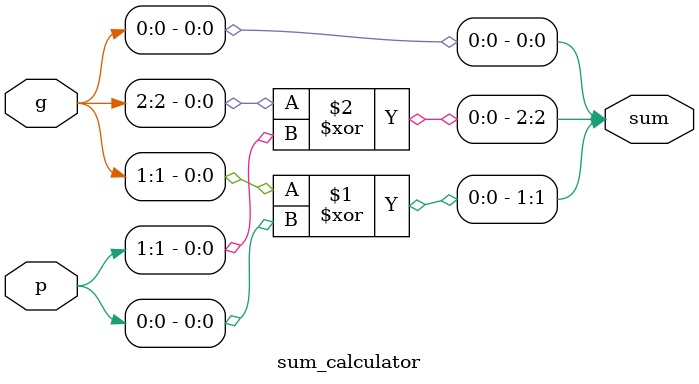
<source format=sv>
module param_decoder #(
    parameter ADDR_WIDTH = 3,
    parameter OUT_WIDTH = 2**ADDR_WIDTH
)(
    input [ADDR_WIDTH-1:0] addr_bus,
    output reg [OUT_WIDTH-1:0] decoded
);

    wire [ADDR_WIDTH-1:0] sum;

    // Generate and propagate signals
    wire [ADDR_WIDTH-1:0] g, p;
    gen_prop #(ADDR_WIDTH) u_gen_prop(
        .addr_bus(addr_bus),
        .g(g),
        .p(p)
    );

    // Han-Carlson adder stages
    wire [ADDR_WIDTH-1:0] g3, p3;
    han_carlson_adder #(ADDR_WIDTH) u_adder(
        .g_in(g),
        .p_in(p),
        .g_out(g3),
        .p_out(p3)
    );

    // Sum calculation
    sum_calculator #(ADDR_WIDTH) u_sum_calc(
        .g(g3),
        .p(p3),
        .sum(sum)
    );

    // Decoder output
    always @(*) begin
        decoded = {OUT_WIDTH{1'b0}};
        decoded[sum] = 1'b1;
    end

endmodule

// Generate and propagate module
module gen_prop #(
    parameter ADDR_WIDTH = 3
)(
    input [ADDR_WIDTH-1:0] addr_bus,
    output [ADDR_WIDTH-1:0] g,
    output [ADDR_WIDTH-1:0] p
);

    genvar i;
    generate
        for(i = 0; i < ADDR_WIDTH; i = i + 1) begin : gen_prop
            assign g[i] = addr_bus[i];
            assign p[i] = 1'b1;
        end
    endgenerate

endmodule

// Han-Carlson adder module
module han_carlson_adder #(
    parameter ADDR_WIDTH = 3
)(
    input [ADDR_WIDTH-1:0] g_in,
    input [ADDR_WIDTH-1:0] p_in,
    output [ADDR_WIDTH-1:0] g_out,
    output [ADDR_WIDTH-1:0] p_out
);

    wire [ADDR_WIDTH-1:0] g1, p1;
    wire [ADDR_WIDTH-1:0] g2, p2;

    // First stage
    assign g1[0] = g_in[0];
    assign p1[0] = p_in[0];
    genvar j;
    generate
        for(j = 1; j < ADDR_WIDTH; j = j + 1) begin : stage1
            assign g1[j] = g_in[j] | (p_in[j] & g_in[j-1]);
            assign p1[j] = p_in[j] & p_in[j-1];
        end
    endgenerate

    // Second stage
    assign g2[0] = g1[0];
    assign p2[0] = p1[0];
    assign g2[1] = g1[1];
    assign p2[1] = p1[1];
    genvar k;
    generate
        for(k = 2; k < ADDR_WIDTH; k = k + 1) begin : stage2
            assign g2[k] = g1[k] | (p1[k] & g1[k-2]);
            assign p2[k] = p1[k] & p1[k-2];
        end
    endgenerate

    // Final stage
    assign g_out[0] = g2[0];
    assign p_out[0] = p2[0];
    assign g_out[1] = g2[1];
    assign p_out[1] = p2[1];
    assign g_out[2] = g2[2];
    assign p_out[2] = p2[2];
    genvar l;
    generate
        for(l = 3; l < ADDR_WIDTH; l = l + 1) begin : stage3
            assign g_out[l] = g2[l] | (p2[l] & g2[l-3]);
            assign p_out[l] = p2[l] & p2[l-3];
        end
    endgenerate

endmodule

// Sum calculator module
module sum_calculator #(
    parameter ADDR_WIDTH = 3
)(
    input [ADDR_WIDTH-1:0] g,
    input [ADDR_WIDTH-1:0] p,
    output [ADDR_WIDTH-1:0] sum
);

    assign sum[0] = g[0];
    genvar m;
    generate
        for(m = 1; m < ADDR_WIDTH; m = m + 1) begin : sum_calc
            assign sum[m] = g[m] ^ p[m-1];
        end
    endgenerate

endmodule
</source>
